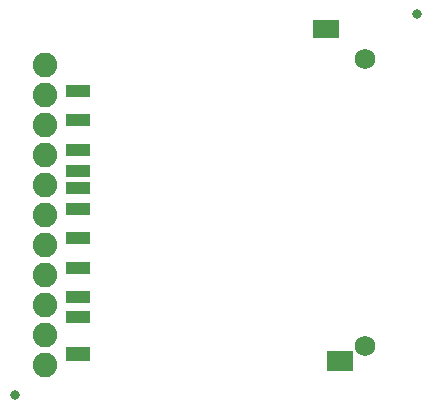
<source format=gbr>
G04 EAGLE Gerber RS-274X export*
G75*
%MOMM*%
%FSLAX34Y34*%
%LPD*%
%INSoldermask Top*%
%IPPOS*%
%AMOC8*
5,1,8,0,0,1.08239X$1,22.5*%
G01*
%ADD10R,2.003200X1.103200*%
%ADD11R,2.203200X1.603200*%
%ADD12R,2.203200X1.730200*%
%ADD13R,2.003200X1.303200*%
%ADD14C,1.753200*%
%ADD15C,0.838200*%
%ADD16C,2.082800*%


D10*
X434500Y232800D03*
X434500Y207800D03*
X434500Y190300D03*
X434500Y175300D03*
X434500Y157800D03*
X434500Y132800D03*
X434500Y107800D03*
X434500Y83600D03*
X434500Y66600D03*
D11*
X644500Y310060D03*
D12*
X656000Y29210D03*
D13*
X434500Y35100D03*
D10*
X434500Y257800D03*
D14*
X677500Y284500D03*
X677500Y41900D03*
D15*
X721360Y322580D03*
X381000Y0D03*
D16*
X406400Y279400D03*
X406400Y254000D03*
X406400Y228600D03*
X406400Y203200D03*
X406400Y177800D03*
X406400Y152400D03*
X406400Y127000D03*
X406400Y101600D03*
X406400Y76200D03*
X406400Y50800D03*
X406400Y25400D03*
M02*

</source>
